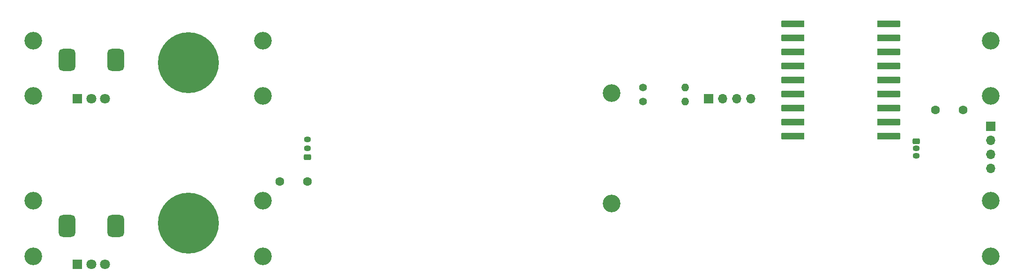
<source format=gbs>
G04 #@! TF.GenerationSoftware,KiCad,Pcbnew,8.0.7*
G04 #@! TF.CreationDate,2025-07-25T20:57:14-04:00*
G04 #@! TF.ProjectId,Sum25_GTR,53756d32-355f-4475-9452-2e6b69636164,rev?*
G04 #@! TF.SameCoordinates,Original*
G04 #@! TF.FileFunction,Soldermask,Bot*
G04 #@! TF.FilePolarity,Negative*
%FSLAX46Y46*%
G04 Gerber Fmt 4.6, Leading zero omitted, Abs format (unit mm)*
G04 Created by KiCad (PCBNEW 8.0.7) date 2025-07-25 20:57:14*
%MOMM*%
%LPD*%
G01*
G04 APERTURE LIST*
G04 Aperture macros list*
%AMRoundRect*
0 Rectangle with rounded corners*
0 $1 Rounding radius*
0 $2 $3 $4 $5 $6 $7 $8 $9 X,Y pos of 4 corners*
0 Add a 4 corners polygon primitive as box body*
4,1,4,$2,$3,$4,$5,$6,$7,$8,$9,$2,$3,0*
0 Add four circle primitives for the rounded corners*
1,1,$1+$1,$2,$3*
1,1,$1+$1,$4,$5*
1,1,$1+$1,$6,$7*
1,1,$1+$1,$8,$9*
0 Add four rect primitives between the rounded corners*
20,1,$1+$1,$2,$3,$4,$5,0*
20,1,$1+$1,$4,$5,$6,$7,0*
20,1,$1+$1,$6,$7,$8,$9,0*
20,1,$1+$1,$8,$9,$2,$3,0*%
%AMFreePoly0*
4,1,11,0.558779,3.080902,0.595106,3.030902,0.600000,3.000000,0.600000,-1.000000,-0.600000,-1.000000,-0.600000,3.000000,-0.580902,3.058779,-0.530902,3.095106,-0.500000,3.100000,0.500000,3.100000,0.558779,3.080902,0.558779,3.080902,$1*%
G04 Aperture macros list end*
%ADD10RoundRect,0.249900X0.400100X-0.275100X0.400100X0.275100X-0.400100X0.275100X-0.400100X-0.275100X0*%
%ADD11O,1.300000X1.050000*%
%ADD12R,1.800000X1.800000*%
%ADD13C,1.800000*%
%ADD14RoundRect,0.750000X0.750000X-1.250000X0.750000X1.250000X-0.750000X1.250000X-0.750000X-1.250000X0*%
%ADD15C,3.200000*%
%ADD16RoundRect,0.249900X-0.400100X0.275100X-0.400100X-0.275100X0.400100X-0.275100X0.400100X0.275100X0*%
%ADD17C,11.000000*%
%ADD18C,6.800000*%
%ADD19C,1.600000*%
%ADD20C,1.400000*%
%ADD21O,1.400000X1.400000*%
%ADD22FreePoly0,270.000000*%
%ADD23FreePoly0,90.000000*%
%ADD24R,1.700000X1.700000*%
%ADD25O,1.700000X1.700000*%
G04 APERTURE END LIST*
D10*
X98000000Y-95600000D03*
D11*
X98000000Y-94000000D03*
X98000000Y-92400000D03*
D12*
X56500000Y-115000000D03*
D13*
X59000000Y-115000000D03*
X61500000Y-115000000D03*
D14*
X54600000Y-108000000D03*
X63400000Y-108000000D03*
D15*
X153000000Y-104000000D03*
X48500000Y-84500000D03*
X90000000Y-103500000D03*
X153000000Y-84000000D03*
X221500000Y-113500000D03*
D16*
X208000000Y-92700000D03*
D11*
X208000000Y-94000000D03*
X208000000Y-95300000D03*
D17*
X76500000Y-107500000D03*
D18*
X76500000Y-107500000D03*
D15*
X221500000Y-103500000D03*
X221500000Y-74500000D03*
X90000000Y-84500000D03*
X90000000Y-113500000D03*
D12*
X56500000Y-85000000D03*
D13*
X59000000Y-85000000D03*
X61500000Y-85000000D03*
D14*
X63400000Y-78000000D03*
X54600000Y-77950000D03*
D15*
X48500000Y-113500000D03*
D17*
X76500000Y-78500000D03*
D18*
X76500000Y-78500000D03*
D15*
X221500000Y-84500000D03*
X48500000Y-103500000D03*
X90000000Y-74500000D03*
X48500000Y-74500000D03*
D19*
X211500000Y-87000000D03*
X216500000Y-87000000D03*
D20*
X158690000Y-83000000D03*
D21*
X166310000Y-83000000D03*
D22*
X202000000Y-71420000D03*
X202000000Y-73960000D03*
X202000000Y-76500000D03*
X202000000Y-79040000D03*
X202000000Y-81580000D03*
X202000000Y-84120000D03*
X202000000Y-86660000D03*
X202000000Y-89200000D03*
X202000000Y-91740000D03*
D23*
X186760000Y-91740000D03*
X186760000Y-89200000D03*
X186760000Y-86660000D03*
X186760000Y-84120000D03*
X186760000Y-81580000D03*
X186760000Y-79040000D03*
X186760000Y-76500000D03*
X186760000Y-73960000D03*
X186760000Y-71420000D03*
D19*
X98000000Y-100000000D03*
X93000000Y-100000000D03*
D24*
X221500000Y-90000000D03*
D25*
X221500000Y-92540000D03*
X221500000Y-95080000D03*
X221500000Y-97620000D03*
D20*
X158690000Y-85500000D03*
D21*
X166310000Y-85500000D03*
D24*
X170500000Y-85000000D03*
D25*
X173040000Y-85000000D03*
X175580000Y-85000000D03*
X178120000Y-85000000D03*
M02*

</source>
